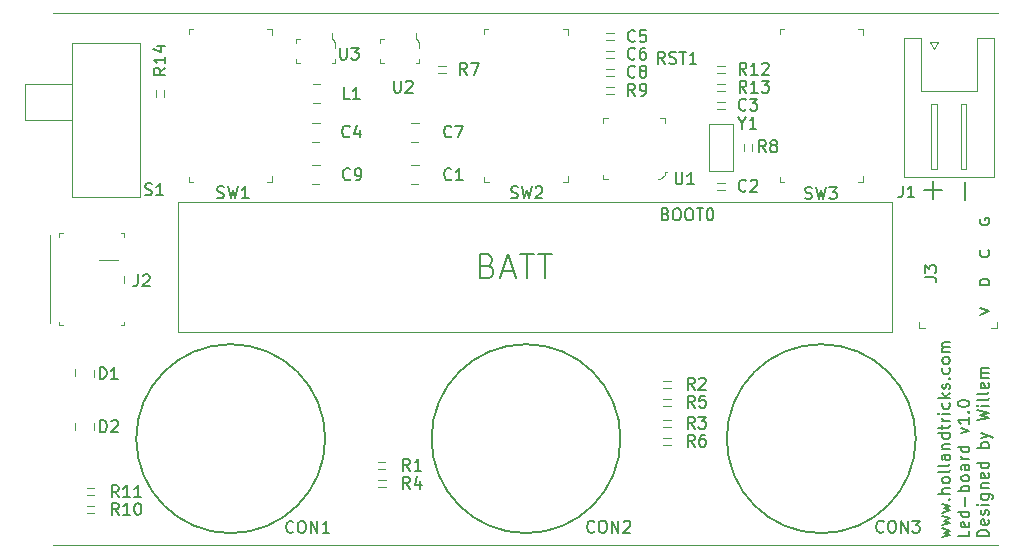
<source format=gbr>
G04 #@! TF.GenerationSoftware,KiCad,Pcbnew,(5.1.9-0-10_14)*
G04 #@! TF.CreationDate,2021-03-02T11:33:06+01:00*
G04 #@! TF.ProjectId,ledTruck,6c656454-7275-4636-9b2e-6b696361645f,rev?*
G04 #@! TF.SameCoordinates,Original*
G04 #@! TF.FileFunction,Legend,Top*
G04 #@! TF.FilePolarity,Positive*
%FSLAX46Y46*%
G04 Gerber Fmt 4.6, Leading zero omitted, Abs format (unit mm)*
G04 Created by KiCad (PCBNEW (5.1.9-0-10_14)) date 2021-03-02 11:33:06*
%MOMM*%
%LPD*%
G01*
G04 APERTURE LIST*
%ADD10C,0.150000*%
%ADD11C,0.120000*%
%ADD12C,0.100000*%
G04 APERTURE END LIST*
D10*
X180253714Y-117869642D02*
X180920380Y-117679166D01*
X180444190Y-117488690D01*
X180920380Y-117298214D01*
X180253714Y-117107738D01*
X180253714Y-116822023D02*
X180920380Y-116631547D01*
X180444190Y-116441071D01*
X180920380Y-116250595D01*
X180253714Y-116060119D01*
X180253714Y-115774404D02*
X180920380Y-115583928D01*
X180444190Y-115393452D01*
X180920380Y-115202976D01*
X180253714Y-115012500D01*
X180825142Y-114631547D02*
X180872761Y-114583928D01*
X180920380Y-114631547D01*
X180872761Y-114679166D01*
X180825142Y-114631547D01*
X180920380Y-114631547D01*
X180920380Y-114155357D02*
X179920380Y-114155357D01*
X180920380Y-113726785D02*
X180396571Y-113726785D01*
X180301333Y-113774404D01*
X180253714Y-113869642D01*
X180253714Y-114012500D01*
X180301333Y-114107738D01*
X180348952Y-114155357D01*
X180920380Y-113107738D02*
X180872761Y-113202976D01*
X180825142Y-113250595D01*
X180729904Y-113298214D01*
X180444190Y-113298214D01*
X180348952Y-113250595D01*
X180301333Y-113202976D01*
X180253714Y-113107738D01*
X180253714Y-112964880D01*
X180301333Y-112869642D01*
X180348952Y-112822023D01*
X180444190Y-112774404D01*
X180729904Y-112774404D01*
X180825142Y-112822023D01*
X180872761Y-112869642D01*
X180920380Y-112964880D01*
X180920380Y-113107738D01*
X180920380Y-112202976D02*
X180872761Y-112298214D01*
X180777523Y-112345833D01*
X179920380Y-112345833D01*
X180920380Y-111679166D02*
X180872761Y-111774404D01*
X180777523Y-111822023D01*
X179920380Y-111822023D01*
X180920380Y-110869642D02*
X180396571Y-110869642D01*
X180301333Y-110917261D01*
X180253714Y-111012500D01*
X180253714Y-111202976D01*
X180301333Y-111298214D01*
X180872761Y-110869642D02*
X180920380Y-110964880D01*
X180920380Y-111202976D01*
X180872761Y-111298214D01*
X180777523Y-111345833D01*
X180682285Y-111345833D01*
X180587047Y-111298214D01*
X180539428Y-111202976D01*
X180539428Y-110964880D01*
X180491809Y-110869642D01*
X180253714Y-110393452D02*
X180920380Y-110393452D01*
X180348952Y-110393452D02*
X180301333Y-110345833D01*
X180253714Y-110250595D01*
X180253714Y-110107738D01*
X180301333Y-110012500D01*
X180396571Y-109964880D01*
X180920380Y-109964880D01*
X180920380Y-109060119D02*
X179920380Y-109060119D01*
X180872761Y-109060119D02*
X180920380Y-109155357D01*
X180920380Y-109345833D01*
X180872761Y-109441071D01*
X180825142Y-109488690D01*
X180729904Y-109536309D01*
X180444190Y-109536309D01*
X180348952Y-109488690D01*
X180301333Y-109441071D01*
X180253714Y-109345833D01*
X180253714Y-109155357D01*
X180301333Y-109060119D01*
X180253714Y-108726785D02*
X180253714Y-108345833D01*
X179920380Y-108583928D02*
X180777523Y-108583928D01*
X180872761Y-108536309D01*
X180920380Y-108441071D01*
X180920380Y-108345833D01*
X180920380Y-108012500D02*
X180253714Y-108012500D01*
X180444190Y-108012500D02*
X180348952Y-107964880D01*
X180301333Y-107917261D01*
X180253714Y-107822023D01*
X180253714Y-107726785D01*
X180920380Y-107393452D02*
X180253714Y-107393452D01*
X179920380Y-107393452D02*
X179968000Y-107441071D01*
X180015619Y-107393452D01*
X179968000Y-107345833D01*
X179920380Y-107393452D01*
X180015619Y-107393452D01*
X180872761Y-106488690D02*
X180920380Y-106583928D01*
X180920380Y-106774404D01*
X180872761Y-106869642D01*
X180825142Y-106917261D01*
X180729904Y-106964880D01*
X180444190Y-106964880D01*
X180348952Y-106917261D01*
X180301333Y-106869642D01*
X180253714Y-106774404D01*
X180253714Y-106583928D01*
X180301333Y-106488690D01*
X180920380Y-106060119D02*
X179920380Y-106060119D01*
X180539428Y-105964880D02*
X180920380Y-105679166D01*
X180253714Y-105679166D02*
X180634666Y-106060119D01*
X180872761Y-105298214D02*
X180920380Y-105202976D01*
X180920380Y-105012500D01*
X180872761Y-104917261D01*
X180777523Y-104869642D01*
X180729904Y-104869642D01*
X180634666Y-104917261D01*
X180587047Y-105012500D01*
X180587047Y-105155357D01*
X180539428Y-105250595D01*
X180444190Y-105298214D01*
X180396571Y-105298214D01*
X180301333Y-105250595D01*
X180253714Y-105155357D01*
X180253714Y-105012500D01*
X180301333Y-104917261D01*
X180825142Y-104441071D02*
X180872761Y-104393452D01*
X180920380Y-104441071D01*
X180872761Y-104488690D01*
X180825142Y-104441071D01*
X180920380Y-104441071D01*
X180872761Y-103536309D02*
X180920380Y-103631547D01*
X180920380Y-103822023D01*
X180872761Y-103917261D01*
X180825142Y-103964880D01*
X180729904Y-104012500D01*
X180444190Y-104012500D01*
X180348952Y-103964880D01*
X180301333Y-103917261D01*
X180253714Y-103822023D01*
X180253714Y-103631547D01*
X180301333Y-103536309D01*
X180920380Y-102964880D02*
X180872761Y-103060119D01*
X180825142Y-103107738D01*
X180729904Y-103155357D01*
X180444190Y-103155357D01*
X180348952Y-103107738D01*
X180301333Y-103060119D01*
X180253714Y-102964880D01*
X180253714Y-102822023D01*
X180301333Y-102726785D01*
X180348952Y-102679166D01*
X180444190Y-102631547D01*
X180729904Y-102631547D01*
X180825142Y-102679166D01*
X180872761Y-102726785D01*
X180920380Y-102822023D01*
X180920380Y-102964880D01*
X180920380Y-102202976D02*
X180253714Y-102202976D01*
X180348952Y-102202976D02*
X180301333Y-102155357D01*
X180253714Y-102060119D01*
X180253714Y-101917261D01*
X180301333Y-101822023D01*
X180396571Y-101774404D01*
X180920380Y-101774404D01*
X180396571Y-101774404D02*
X180301333Y-101726785D01*
X180253714Y-101631547D01*
X180253714Y-101488690D01*
X180301333Y-101393452D01*
X180396571Y-101345833D01*
X180920380Y-101345833D01*
X182570380Y-117298214D02*
X182570380Y-117774404D01*
X181570380Y-117774404D01*
X182522761Y-116583928D02*
X182570380Y-116679166D01*
X182570380Y-116869642D01*
X182522761Y-116964880D01*
X182427523Y-117012500D01*
X182046571Y-117012500D01*
X181951333Y-116964880D01*
X181903714Y-116869642D01*
X181903714Y-116679166D01*
X181951333Y-116583928D01*
X182046571Y-116536309D01*
X182141809Y-116536309D01*
X182237047Y-117012500D01*
X182570380Y-115679166D02*
X181570380Y-115679166D01*
X182522761Y-115679166D02*
X182570380Y-115774404D01*
X182570380Y-115964880D01*
X182522761Y-116060119D01*
X182475142Y-116107738D01*
X182379904Y-116155357D01*
X182094190Y-116155357D01*
X181998952Y-116107738D01*
X181951333Y-116060119D01*
X181903714Y-115964880D01*
X181903714Y-115774404D01*
X181951333Y-115679166D01*
X182189428Y-115202976D02*
X182189428Y-114441071D01*
X182570380Y-113964880D02*
X181570380Y-113964880D01*
X181951333Y-113964880D02*
X181903714Y-113869642D01*
X181903714Y-113679166D01*
X181951333Y-113583928D01*
X181998952Y-113536309D01*
X182094190Y-113488690D01*
X182379904Y-113488690D01*
X182475142Y-113536309D01*
X182522761Y-113583928D01*
X182570380Y-113679166D01*
X182570380Y-113869642D01*
X182522761Y-113964880D01*
X182570380Y-112917261D02*
X182522761Y-113012500D01*
X182475142Y-113060119D01*
X182379904Y-113107738D01*
X182094190Y-113107738D01*
X181998952Y-113060119D01*
X181951333Y-113012500D01*
X181903714Y-112917261D01*
X181903714Y-112774404D01*
X181951333Y-112679166D01*
X181998952Y-112631547D01*
X182094190Y-112583928D01*
X182379904Y-112583928D01*
X182475142Y-112631547D01*
X182522761Y-112679166D01*
X182570380Y-112774404D01*
X182570380Y-112917261D01*
X182570380Y-111726785D02*
X182046571Y-111726785D01*
X181951333Y-111774404D01*
X181903714Y-111869642D01*
X181903714Y-112060119D01*
X181951333Y-112155357D01*
X182522761Y-111726785D02*
X182570380Y-111822023D01*
X182570380Y-112060119D01*
X182522761Y-112155357D01*
X182427523Y-112202976D01*
X182332285Y-112202976D01*
X182237047Y-112155357D01*
X182189428Y-112060119D01*
X182189428Y-111822023D01*
X182141809Y-111726785D01*
X182570380Y-111250595D02*
X181903714Y-111250595D01*
X182094190Y-111250595D02*
X181998952Y-111202976D01*
X181951333Y-111155357D01*
X181903714Y-111060119D01*
X181903714Y-110964880D01*
X182570380Y-110202976D02*
X181570380Y-110202976D01*
X182522761Y-110202976D02*
X182570380Y-110298214D01*
X182570380Y-110488690D01*
X182522761Y-110583928D01*
X182475142Y-110631547D01*
X182379904Y-110679166D01*
X182094190Y-110679166D01*
X181998952Y-110631547D01*
X181951333Y-110583928D01*
X181903714Y-110488690D01*
X181903714Y-110298214D01*
X181951333Y-110202976D01*
X181903714Y-109060119D02*
X182570380Y-108822023D01*
X181903714Y-108583928D01*
X182570380Y-107679166D02*
X182570380Y-108250595D01*
X182570380Y-107964880D02*
X181570380Y-107964880D01*
X181713238Y-108060119D01*
X181808476Y-108155357D01*
X181856095Y-108250595D01*
X182475142Y-107250595D02*
X182522761Y-107202976D01*
X182570380Y-107250595D01*
X182522761Y-107298214D01*
X182475142Y-107250595D01*
X182570380Y-107250595D01*
X181570380Y-106583928D02*
X181570380Y-106488690D01*
X181618000Y-106393452D01*
X181665619Y-106345833D01*
X181760857Y-106298214D01*
X181951333Y-106250595D01*
X182189428Y-106250595D01*
X182379904Y-106298214D01*
X182475142Y-106345833D01*
X182522761Y-106393452D01*
X182570380Y-106488690D01*
X182570380Y-106583928D01*
X182522761Y-106679166D01*
X182475142Y-106726785D01*
X182379904Y-106774404D01*
X182189428Y-106822023D01*
X181951333Y-106822023D01*
X181760857Y-106774404D01*
X181665619Y-106726785D01*
X181618000Y-106679166D01*
X181570380Y-106583928D01*
X184220380Y-117774404D02*
X183220380Y-117774404D01*
X183220380Y-117536309D01*
X183268000Y-117393452D01*
X183363238Y-117298214D01*
X183458476Y-117250595D01*
X183648952Y-117202976D01*
X183791809Y-117202976D01*
X183982285Y-117250595D01*
X184077523Y-117298214D01*
X184172761Y-117393452D01*
X184220380Y-117536309D01*
X184220380Y-117774404D01*
X184172761Y-116393452D02*
X184220380Y-116488690D01*
X184220380Y-116679166D01*
X184172761Y-116774404D01*
X184077523Y-116822023D01*
X183696571Y-116822023D01*
X183601333Y-116774404D01*
X183553714Y-116679166D01*
X183553714Y-116488690D01*
X183601333Y-116393452D01*
X183696571Y-116345833D01*
X183791809Y-116345833D01*
X183887047Y-116822023D01*
X184172761Y-115964880D02*
X184220380Y-115869642D01*
X184220380Y-115679166D01*
X184172761Y-115583928D01*
X184077523Y-115536309D01*
X184029904Y-115536309D01*
X183934666Y-115583928D01*
X183887047Y-115679166D01*
X183887047Y-115822023D01*
X183839428Y-115917261D01*
X183744190Y-115964880D01*
X183696571Y-115964880D01*
X183601333Y-115917261D01*
X183553714Y-115822023D01*
X183553714Y-115679166D01*
X183601333Y-115583928D01*
X184220380Y-115107738D02*
X183553714Y-115107738D01*
X183220380Y-115107738D02*
X183268000Y-115155357D01*
X183315619Y-115107738D01*
X183268000Y-115060119D01*
X183220380Y-115107738D01*
X183315619Y-115107738D01*
X183553714Y-114202976D02*
X184363238Y-114202976D01*
X184458476Y-114250595D01*
X184506095Y-114298214D01*
X184553714Y-114393452D01*
X184553714Y-114536309D01*
X184506095Y-114631547D01*
X184172761Y-114202976D02*
X184220380Y-114298214D01*
X184220380Y-114488690D01*
X184172761Y-114583928D01*
X184125142Y-114631547D01*
X184029904Y-114679166D01*
X183744190Y-114679166D01*
X183648952Y-114631547D01*
X183601333Y-114583928D01*
X183553714Y-114488690D01*
X183553714Y-114298214D01*
X183601333Y-114202976D01*
X183553714Y-113726785D02*
X184220380Y-113726785D01*
X183648952Y-113726785D02*
X183601333Y-113679166D01*
X183553714Y-113583928D01*
X183553714Y-113441071D01*
X183601333Y-113345833D01*
X183696571Y-113298214D01*
X184220380Y-113298214D01*
X184172761Y-112441071D02*
X184220380Y-112536309D01*
X184220380Y-112726785D01*
X184172761Y-112822023D01*
X184077523Y-112869642D01*
X183696571Y-112869642D01*
X183601333Y-112822023D01*
X183553714Y-112726785D01*
X183553714Y-112536309D01*
X183601333Y-112441071D01*
X183696571Y-112393452D01*
X183791809Y-112393452D01*
X183887047Y-112869642D01*
X184220380Y-111536309D02*
X183220380Y-111536309D01*
X184172761Y-111536309D02*
X184220380Y-111631547D01*
X184220380Y-111822023D01*
X184172761Y-111917261D01*
X184125142Y-111964880D01*
X184029904Y-112012500D01*
X183744190Y-112012500D01*
X183648952Y-111964880D01*
X183601333Y-111917261D01*
X183553714Y-111822023D01*
X183553714Y-111631547D01*
X183601333Y-111536309D01*
X184220380Y-110298214D02*
X183220380Y-110298214D01*
X183601333Y-110298214D02*
X183553714Y-110202976D01*
X183553714Y-110012500D01*
X183601333Y-109917261D01*
X183648952Y-109869642D01*
X183744190Y-109822023D01*
X184029904Y-109822023D01*
X184125142Y-109869642D01*
X184172761Y-109917261D01*
X184220380Y-110012500D01*
X184220380Y-110202976D01*
X184172761Y-110298214D01*
X183553714Y-109488690D02*
X184220380Y-109250595D01*
X183553714Y-109012500D02*
X184220380Y-109250595D01*
X184458476Y-109345833D01*
X184506095Y-109393452D01*
X184553714Y-109488690D01*
X183220380Y-107964880D02*
X184220380Y-107726785D01*
X183506095Y-107536309D01*
X184220380Y-107345833D01*
X183220380Y-107107738D01*
X184220380Y-106726785D02*
X183553714Y-106726785D01*
X183220380Y-106726785D02*
X183268000Y-106774404D01*
X183315619Y-106726785D01*
X183268000Y-106679166D01*
X183220380Y-106726785D01*
X183315619Y-106726785D01*
X184220380Y-106107738D02*
X184172761Y-106202976D01*
X184077523Y-106250595D01*
X183220380Y-106250595D01*
X184220380Y-105583928D02*
X184172761Y-105679166D01*
X184077523Y-105726785D01*
X183220380Y-105726785D01*
X184172761Y-104822023D02*
X184220380Y-104917261D01*
X184220380Y-105107738D01*
X184172761Y-105202976D01*
X184077523Y-105250595D01*
X183696571Y-105250595D01*
X183601333Y-105202976D01*
X183553714Y-105107738D01*
X183553714Y-104917261D01*
X183601333Y-104822023D01*
X183696571Y-104774404D01*
X183791809Y-104774404D01*
X183887047Y-105250595D01*
X184220380Y-104345833D02*
X183553714Y-104345833D01*
X183648952Y-104345833D02*
X183601333Y-104298214D01*
X183553714Y-104202976D01*
X183553714Y-104060119D01*
X183601333Y-103964880D01*
X183696571Y-103917261D01*
X184220380Y-103917261D01*
X183696571Y-103917261D02*
X183601333Y-103869642D01*
X183553714Y-103774404D01*
X183553714Y-103631547D01*
X183601333Y-103536309D01*
X183696571Y-103488690D01*
X184220380Y-103488690D01*
D11*
X104986000Y-73512000D02*
X184986000Y-73512000D01*
X104986000Y-118512000D02*
X184986000Y-118512000D01*
D10*
X182237997Y-89331704D02*
X182237997Y-87807895D01*
X179487177Y-89219944D02*
X179487177Y-87696135D01*
X180249081Y-88458040D02*
X178725272Y-88458040D01*
X183473140Y-90873295D02*
X183435044Y-90968533D01*
X183435044Y-91111390D01*
X183473140Y-91254247D01*
X183549330Y-91349485D01*
X183625520Y-91397104D01*
X183777901Y-91444723D01*
X183892187Y-91444723D01*
X184044568Y-91397104D01*
X184120759Y-91349485D01*
X184196949Y-91254247D01*
X184235044Y-91111390D01*
X184235044Y-91016152D01*
X184196949Y-90873295D01*
X184158854Y-90825676D01*
X183892187Y-90825676D01*
X183892187Y-91016152D01*
X184158854Y-93540936D02*
X184196949Y-93588555D01*
X184235044Y-93731412D01*
X184235044Y-93826650D01*
X184196949Y-93969507D01*
X184120759Y-94064745D01*
X184044568Y-94112364D01*
X183892187Y-94159983D01*
X183777901Y-94159983D01*
X183625520Y-94112364D01*
X183549330Y-94064745D01*
X183473140Y-93969507D01*
X183435044Y-93826650D01*
X183435044Y-93731412D01*
X183473140Y-93588555D01*
X183511235Y-93540936D01*
X184235044Y-96540604D02*
X183435044Y-96540604D01*
X183435044Y-96302509D01*
X183473140Y-96159652D01*
X183549330Y-96064414D01*
X183625520Y-96016795D01*
X183777901Y-95969176D01*
X183892187Y-95969176D01*
X184044568Y-96016795D01*
X184120759Y-96064414D01*
X184196949Y-96159652D01*
X184235044Y-96302509D01*
X184235044Y-96540604D01*
X183470604Y-99075833D02*
X184270604Y-98742500D01*
X183470604Y-98409166D01*
X141795904Y-94869142D02*
X142081619Y-94964380D01*
X142176857Y-95059619D01*
X142272095Y-95250095D01*
X142272095Y-95535809D01*
X142176857Y-95726285D01*
X142081619Y-95821523D01*
X141891142Y-95916761D01*
X141129238Y-95916761D01*
X141129238Y-93916761D01*
X141795904Y-93916761D01*
X141986380Y-94012000D01*
X142081619Y-94107238D01*
X142176857Y-94297714D01*
X142176857Y-94488190D01*
X142081619Y-94678666D01*
X141986380Y-94773904D01*
X141795904Y-94869142D01*
X141129238Y-94869142D01*
X143034000Y-95345333D02*
X143986380Y-95345333D01*
X142843523Y-95916761D02*
X143510190Y-93916761D01*
X144176857Y-95916761D01*
X144557809Y-93916761D02*
X145700666Y-93916761D01*
X145129238Y-95916761D02*
X145129238Y-93916761D01*
X146081619Y-93916761D02*
X147224476Y-93916761D01*
X146653047Y-95916761D02*
X146653047Y-93916761D01*
D11*
X176034000Y-89512000D02*
X115534000Y-89512000D01*
X176034000Y-100512000D02*
X176034000Y-89512000D01*
X115534000Y-100512000D02*
X176034000Y-100512000D01*
X115534000Y-89512000D02*
X115534000Y-100512000D01*
D12*
X128904000Y-76033000D02*
X128904000Y-76408000D01*
X128579000Y-75708000D02*
X128579000Y-75183000D01*
X128679000Y-75708000D02*
X128579000Y-75708000D01*
X128904000Y-76033000D02*
X128679000Y-75708000D01*
X125604000Y-77708000D02*
X125604000Y-77383000D01*
X125904000Y-77708000D02*
X125604000Y-77708000D01*
X125604000Y-75708000D02*
X125604000Y-76008000D01*
X125929000Y-75708000D02*
X125604000Y-75708000D01*
X128904000Y-77708000D02*
X128904000Y-77408000D01*
X128579000Y-77708000D02*
X128904000Y-77708000D01*
D11*
X114346000Y-79964000D02*
X114346000Y-80564000D01*
X113746000Y-79964000D02*
X113746000Y-80564000D01*
X112324000Y-76012000D02*
X106624000Y-76012000D01*
X106624000Y-76012000D02*
X106624000Y-89012000D01*
X112324000Y-89012000D02*
X106624000Y-89012000D01*
X112324000Y-89012000D02*
X112324000Y-76012000D01*
X106624000Y-79512000D02*
X102624000Y-79512000D01*
X102624000Y-79512000D02*
X102624000Y-82512000D01*
X106624000Y-82512000D02*
X102624000Y-82512000D01*
D12*
X151590000Y-82362000D02*
X151990000Y-82362000D01*
X151590000Y-82762000D02*
X151590000Y-82362000D01*
X151590000Y-87562000D02*
X151590000Y-87162000D01*
X151590000Y-87562000D02*
X151990000Y-87562000D01*
X156790000Y-82362000D02*
X156790000Y-82762000D01*
X156390000Y-82362000D02*
X156790000Y-82362000D01*
X156790000Y-86962000D02*
X156990000Y-86962000D01*
X156790000Y-87162000D02*
X156790000Y-86962000D01*
X156390000Y-87562000D02*
X156790000Y-87162000D01*
X156190000Y-87562000D02*
X156390000Y-87562000D01*
D10*
X178034000Y-109512000D02*
G75*
G03*
X178034000Y-109512000I-8000000J0D01*
G01*
X153034000Y-109512000D02*
G75*
G03*
X153034000Y-109512000I-8000000J0D01*
G01*
X128034000Y-109512000D02*
G75*
G03*
X128034000Y-109512000I-8000000J0D01*
G01*
D11*
X161244000Y-87838000D02*
X161844000Y-87838000D01*
X161244000Y-88438000D02*
X161844000Y-88438000D01*
X161244000Y-80980000D02*
X161844000Y-80980000D01*
X161244000Y-81580000D02*
X161844000Y-81580000D01*
X152446000Y-75764000D02*
X151846000Y-75764000D01*
X152446000Y-75164000D02*
X151846000Y-75164000D01*
X152446000Y-77262000D02*
X151846000Y-77262000D01*
X152446000Y-76662000D02*
X151846000Y-76662000D01*
X152446000Y-78786000D02*
X151846000Y-78786000D01*
X152446000Y-78186000D02*
X151846000Y-78186000D01*
X108492880Y-103662000D02*
X108492880Y-104262000D01*
X106892880Y-103642000D02*
X106892880Y-104242000D01*
X108492880Y-108212000D02*
X108492880Y-108812000D01*
X106892880Y-108192000D02*
X106892880Y-108792000D01*
X180828000Y-87322000D02*
X177018000Y-87322000D01*
X177018000Y-87322000D02*
X177018000Y-75602000D01*
X177018000Y-75602000D02*
X178438000Y-75602000D01*
X178438000Y-75602000D02*
X178438000Y-80102000D01*
X178438000Y-80102000D02*
X180828000Y-80102000D01*
X180828000Y-87322000D02*
X184638000Y-87322000D01*
X184638000Y-87322000D02*
X184638000Y-75602000D01*
X184638000Y-75602000D02*
X183218000Y-75602000D01*
X183218000Y-75602000D02*
X183218000Y-80102000D01*
X183218000Y-80102000D02*
X180828000Y-80102000D01*
X179328000Y-81212000D02*
X179328000Y-86712000D01*
X179328000Y-86712000D02*
X179828000Y-86712000D01*
X179828000Y-86712000D02*
X179828000Y-81212000D01*
X179828000Y-81212000D02*
X179328000Y-81212000D01*
X181828000Y-81212000D02*
X181828000Y-86712000D01*
X181828000Y-86712000D02*
X182328000Y-86712000D01*
X182328000Y-86712000D02*
X182328000Y-81212000D01*
X182328000Y-81212000D02*
X181828000Y-81212000D01*
X179578000Y-76512000D02*
X179278000Y-75912000D01*
X179278000Y-75912000D02*
X179878000Y-75912000D01*
X179878000Y-75912000D02*
X179578000Y-76512000D01*
D12*
X178320160Y-100103460D02*
X178820160Y-100103460D01*
X178320160Y-100103460D02*
X178320160Y-99603460D01*
X184920160Y-100103460D02*
X184420160Y-100103460D01*
X184920160Y-100103460D02*
X184920160Y-99603460D01*
D11*
X127588000Y-81064000D02*
X126988000Y-81064000D01*
X127608000Y-79464000D02*
X127008000Y-79464000D01*
X132528000Y-111460000D02*
X133128000Y-111460000D01*
X132528000Y-112060000D02*
X133128000Y-112060000D01*
X157272000Y-105202000D02*
X156672000Y-105202000D01*
X157272000Y-104602000D02*
X156672000Y-104602000D01*
X157272000Y-108504000D02*
X156672000Y-108504000D01*
X157272000Y-107904000D02*
X156672000Y-107904000D01*
X132542000Y-112984000D02*
X133142000Y-112984000D01*
X132542000Y-113584000D02*
X133142000Y-113584000D01*
X156672000Y-106126000D02*
X157272000Y-106126000D01*
X156672000Y-106726000D02*
X157272000Y-106726000D01*
X157272000Y-110028000D02*
X156672000Y-110028000D01*
X157272000Y-109428000D02*
X156672000Y-109428000D01*
X137622000Y-77932000D02*
X138222000Y-77932000D01*
X137622000Y-78532000D02*
X138222000Y-78532000D01*
X163530000Y-85136000D02*
X163530000Y-84536000D01*
X164130000Y-85136000D02*
X164130000Y-84536000D01*
X151846000Y-79710000D02*
X152446000Y-79710000D01*
X151846000Y-80310000D02*
X152446000Y-80310000D01*
X107892880Y-115212000D02*
X108492880Y-115212000D01*
X107892880Y-115812000D02*
X108492880Y-115812000D01*
X107892880Y-113712000D02*
X108492880Y-113712000D01*
X107892880Y-114312000D02*
X108492880Y-114312000D01*
X161844000Y-78532000D02*
X161244000Y-78532000D01*
X161844000Y-77932000D02*
X161244000Y-77932000D01*
X161244000Y-79456000D02*
X161844000Y-79456000D01*
X161244000Y-80056000D02*
X161844000Y-80056000D01*
D12*
X136016000Y-76033000D02*
X136016000Y-76408000D01*
X135691000Y-75708000D02*
X135691000Y-75183000D01*
X135791000Y-75708000D02*
X135691000Y-75708000D01*
X136016000Y-76033000D02*
X135791000Y-75708000D01*
X132716000Y-77708000D02*
X132716000Y-77383000D01*
X133016000Y-77708000D02*
X132716000Y-77708000D01*
X132716000Y-75708000D02*
X132716000Y-76008000D01*
X133041000Y-75708000D02*
X132716000Y-75708000D01*
X136016000Y-77708000D02*
X136016000Y-77408000D01*
X135691000Y-77708000D02*
X136016000Y-77708000D01*
D11*
X135336000Y-86322000D02*
X135936000Y-86322000D01*
X135316000Y-87922000D02*
X135916000Y-87922000D01*
X126954000Y-82766000D02*
X127554000Y-82766000D01*
X126934000Y-84366000D02*
X127534000Y-84366000D01*
X135336000Y-82766000D02*
X135936000Y-82766000D01*
X135316000Y-84366000D02*
X135916000Y-84366000D01*
X126954000Y-86322000D02*
X127554000Y-86322000D01*
X126934000Y-87922000D02*
X127534000Y-87922000D01*
X104771300Y-99754380D02*
X104771300Y-92254380D01*
D12*
X111021300Y-99904380D02*
X110721300Y-99904380D01*
X111021300Y-99904380D02*
X111021300Y-99604380D01*
X111021300Y-92104380D02*
X110721300Y-92104380D01*
X111021300Y-92104380D02*
X111021300Y-92404380D01*
X105521300Y-92104380D02*
X105521300Y-92404380D01*
X105521300Y-92104380D02*
X105821300Y-92104380D01*
X105521300Y-99904380D02*
X105521300Y-99604380D01*
X105521300Y-99904380D02*
X105821300Y-99904380D01*
X111021300Y-96004380D02*
X111021300Y-95704380D01*
X111021300Y-96004380D02*
X111021300Y-96304380D01*
X110521300Y-94404380D02*
X108921300Y-94404380D01*
D11*
X160544000Y-86856000D02*
X160544000Y-82856000D01*
X162544000Y-86856000D02*
X160544000Y-86856000D01*
X162544000Y-82856000D02*
X162544000Y-86856000D01*
X160544000Y-82856000D02*
X162544000Y-82856000D01*
D12*
X123559000Y-74862000D02*
X123134000Y-74862000D01*
X123559000Y-74887000D02*
X123559000Y-75337000D01*
X123559000Y-87762000D02*
X123559000Y-87312000D01*
X123559000Y-87762000D02*
X123134000Y-87762000D01*
X116509000Y-87762000D02*
X116884000Y-87762000D01*
X116509000Y-87762000D02*
X116509000Y-87362000D01*
X116509000Y-75237000D02*
X116509000Y-74862000D01*
X116509000Y-74862000D02*
X116859000Y-74862000D01*
X148559000Y-74862000D02*
X148134000Y-74862000D01*
X148559000Y-74887000D02*
X148559000Y-75337000D01*
X148559000Y-87762000D02*
X148559000Y-87312000D01*
X148559000Y-87762000D02*
X148134000Y-87762000D01*
X141509000Y-87762000D02*
X141884000Y-87762000D01*
X141509000Y-87762000D02*
X141509000Y-87362000D01*
X141509000Y-75237000D02*
X141509000Y-74862000D01*
X141509000Y-74862000D02*
X141859000Y-74862000D01*
X173559000Y-74862000D02*
X173134000Y-74862000D01*
X173559000Y-74887000D02*
X173559000Y-75337000D01*
X173559000Y-87762000D02*
X173559000Y-87312000D01*
X173559000Y-87762000D02*
X173134000Y-87762000D01*
X166509000Y-87762000D02*
X166884000Y-87762000D01*
X166509000Y-87762000D02*
X166509000Y-87362000D01*
X166509000Y-75237000D02*
X166509000Y-74862000D01*
X166509000Y-74862000D02*
X166859000Y-74862000D01*
D10*
X129286095Y-76414380D02*
X129286095Y-77223904D01*
X129333714Y-77319142D01*
X129381333Y-77366761D01*
X129476571Y-77414380D01*
X129667047Y-77414380D01*
X129762285Y-77366761D01*
X129809904Y-77319142D01*
X129857523Y-77223904D01*
X129857523Y-76414380D01*
X130238476Y-76414380D02*
X130857523Y-76414380D01*
X130524190Y-76795333D01*
X130667047Y-76795333D01*
X130762285Y-76842952D01*
X130809904Y-76890571D01*
X130857523Y-76985809D01*
X130857523Y-77223904D01*
X130809904Y-77319142D01*
X130762285Y-77366761D01*
X130667047Y-77414380D01*
X130381333Y-77414380D01*
X130286095Y-77366761D01*
X130238476Y-77319142D01*
X114498380Y-78112857D02*
X114022190Y-78446190D01*
X114498380Y-78684285D02*
X113498380Y-78684285D01*
X113498380Y-78303333D01*
X113546000Y-78208095D01*
X113593619Y-78160476D01*
X113688857Y-78112857D01*
X113831714Y-78112857D01*
X113926952Y-78160476D01*
X113974571Y-78208095D01*
X114022190Y-78303333D01*
X114022190Y-78684285D01*
X114498380Y-77160476D02*
X114498380Y-77731904D01*
X114498380Y-77446190D02*
X113498380Y-77446190D01*
X113641238Y-77541428D01*
X113736476Y-77636666D01*
X113784095Y-77731904D01*
X113831714Y-76303333D02*
X114498380Y-76303333D01*
X113450761Y-76541428D02*
X114165047Y-76779523D01*
X114165047Y-76160476D01*
X112788795Y-88855181D02*
X112931652Y-88902800D01*
X113169747Y-88902800D01*
X113264985Y-88855181D01*
X113312604Y-88807562D01*
X113360223Y-88712324D01*
X113360223Y-88617086D01*
X113312604Y-88521848D01*
X113264985Y-88474229D01*
X113169747Y-88426610D01*
X112979271Y-88378991D01*
X112884033Y-88331372D01*
X112836414Y-88283753D01*
X112788795Y-88188515D01*
X112788795Y-88093277D01*
X112836414Y-87998039D01*
X112884033Y-87950420D01*
X112979271Y-87902800D01*
X113217366Y-87902800D01*
X113360223Y-87950420D01*
X114312604Y-88902800D02*
X113741176Y-88902800D01*
X114026890Y-88902800D02*
X114026890Y-87902800D01*
X113931652Y-88045658D01*
X113836414Y-88140896D01*
X113741176Y-88188515D01*
X157698535Y-86963000D02*
X157698535Y-87772524D01*
X157746154Y-87867762D01*
X157793773Y-87915381D01*
X157889011Y-87963000D01*
X158079487Y-87963000D01*
X158174725Y-87915381D01*
X158222344Y-87867762D01*
X158269963Y-87772524D01*
X158269963Y-86963000D01*
X159269963Y-87963000D02*
X158698535Y-87963000D01*
X158984249Y-87963000D02*
X158984249Y-86963000D01*
X158889011Y-87105858D01*
X158793773Y-87201096D01*
X158698535Y-87248715D01*
X175319714Y-117369142D02*
X175272095Y-117416761D01*
X175129238Y-117464380D01*
X175034000Y-117464380D01*
X174891142Y-117416761D01*
X174795904Y-117321523D01*
X174748285Y-117226285D01*
X174700666Y-117035809D01*
X174700666Y-116892952D01*
X174748285Y-116702476D01*
X174795904Y-116607238D01*
X174891142Y-116512000D01*
X175034000Y-116464380D01*
X175129238Y-116464380D01*
X175272095Y-116512000D01*
X175319714Y-116559619D01*
X175938761Y-116464380D02*
X176129238Y-116464380D01*
X176224476Y-116512000D01*
X176319714Y-116607238D01*
X176367333Y-116797714D01*
X176367333Y-117131047D01*
X176319714Y-117321523D01*
X176224476Y-117416761D01*
X176129238Y-117464380D01*
X175938761Y-117464380D01*
X175843523Y-117416761D01*
X175748285Y-117321523D01*
X175700666Y-117131047D01*
X175700666Y-116797714D01*
X175748285Y-116607238D01*
X175843523Y-116512000D01*
X175938761Y-116464380D01*
X176795904Y-117464380D02*
X176795904Y-116464380D01*
X177367333Y-117464380D01*
X177367333Y-116464380D01*
X177748285Y-116464380D02*
X178367333Y-116464380D01*
X178034000Y-116845333D01*
X178176857Y-116845333D01*
X178272095Y-116892952D01*
X178319714Y-116940571D01*
X178367333Y-117035809D01*
X178367333Y-117273904D01*
X178319714Y-117369142D01*
X178272095Y-117416761D01*
X178176857Y-117464380D01*
X177891142Y-117464380D01*
X177795904Y-117416761D01*
X177748285Y-117369142D01*
X150819714Y-117369142D02*
X150772095Y-117416761D01*
X150629238Y-117464380D01*
X150534000Y-117464380D01*
X150391142Y-117416761D01*
X150295904Y-117321523D01*
X150248285Y-117226285D01*
X150200666Y-117035809D01*
X150200666Y-116892952D01*
X150248285Y-116702476D01*
X150295904Y-116607238D01*
X150391142Y-116512000D01*
X150534000Y-116464380D01*
X150629238Y-116464380D01*
X150772095Y-116512000D01*
X150819714Y-116559619D01*
X151438761Y-116464380D02*
X151629238Y-116464380D01*
X151724476Y-116512000D01*
X151819714Y-116607238D01*
X151867333Y-116797714D01*
X151867333Y-117131047D01*
X151819714Y-117321523D01*
X151724476Y-117416761D01*
X151629238Y-117464380D01*
X151438761Y-117464380D01*
X151343523Y-117416761D01*
X151248285Y-117321523D01*
X151200666Y-117131047D01*
X151200666Y-116797714D01*
X151248285Y-116607238D01*
X151343523Y-116512000D01*
X151438761Y-116464380D01*
X152295904Y-117464380D02*
X152295904Y-116464380D01*
X152867333Y-117464380D01*
X152867333Y-116464380D01*
X153295904Y-116559619D02*
X153343523Y-116512000D01*
X153438761Y-116464380D01*
X153676857Y-116464380D01*
X153772095Y-116512000D01*
X153819714Y-116559619D01*
X153867333Y-116654857D01*
X153867333Y-116750095D01*
X153819714Y-116892952D01*
X153248285Y-117464380D01*
X153867333Y-117464380D01*
X125331054Y-117385102D02*
X125283435Y-117432721D01*
X125140578Y-117480340D01*
X125045340Y-117480340D01*
X124902482Y-117432721D01*
X124807244Y-117337483D01*
X124759625Y-117242245D01*
X124712006Y-117051769D01*
X124712006Y-116908912D01*
X124759625Y-116718436D01*
X124807244Y-116623198D01*
X124902482Y-116527960D01*
X125045340Y-116480340D01*
X125140578Y-116480340D01*
X125283435Y-116527960D01*
X125331054Y-116575579D01*
X125950101Y-116480340D02*
X126140578Y-116480340D01*
X126235816Y-116527960D01*
X126331054Y-116623198D01*
X126378673Y-116813674D01*
X126378673Y-117147007D01*
X126331054Y-117337483D01*
X126235816Y-117432721D01*
X126140578Y-117480340D01*
X125950101Y-117480340D01*
X125854863Y-117432721D01*
X125759625Y-117337483D01*
X125712006Y-117147007D01*
X125712006Y-116813674D01*
X125759625Y-116623198D01*
X125854863Y-116527960D01*
X125950101Y-116480340D01*
X126807244Y-117480340D02*
X126807244Y-116480340D01*
X127378673Y-117480340D01*
X127378673Y-116480340D01*
X128378673Y-117480340D02*
X127807244Y-117480340D01*
X128092959Y-117480340D02*
X128092959Y-116480340D01*
X127997720Y-116623198D01*
X127902482Y-116718436D01*
X127807244Y-116766055D01*
X163663333Y-88495142D02*
X163615714Y-88542761D01*
X163472857Y-88590380D01*
X163377619Y-88590380D01*
X163234761Y-88542761D01*
X163139523Y-88447523D01*
X163091904Y-88352285D01*
X163044285Y-88161809D01*
X163044285Y-88018952D01*
X163091904Y-87828476D01*
X163139523Y-87733238D01*
X163234761Y-87638000D01*
X163377619Y-87590380D01*
X163472857Y-87590380D01*
X163615714Y-87638000D01*
X163663333Y-87685619D01*
X164044285Y-87685619D02*
X164091904Y-87638000D01*
X164187142Y-87590380D01*
X164425238Y-87590380D01*
X164520476Y-87638000D01*
X164568095Y-87685619D01*
X164615714Y-87780857D01*
X164615714Y-87876095D01*
X164568095Y-88018952D01*
X163996666Y-88590380D01*
X164615714Y-88590380D01*
X163663333Y-81637142D02*
X163615714Y-81684761D01*
X163472857Y-81732380D01*
X163377619Y-81732380D01*
X163234761Y-81684761D01*
X163139523Y-81589523D01*
X163091904Y-81494285D01*
X163044285Y-81303809D01*
X163044285Y-81160952D01*
X163091904Y-80970476D01*
X163139523Y-80875238D01*
X163234761Y-80780000D01*
X163377619Y-80732380D01*
X163472857Y-80732380D01*
X163615714Y-80780000D01*
X163663333Y-80827619D01*
X163996666Y-80732380D02*
X164615714Y-80732380D01*
X164282380Y-81113333D01*
X164425238Y-81113333D01*
X164520476Y-81160952D01*
X164568095Y-81208571D01*
X164615714Y-81303809D01*
X164615714Y-81541904D01*
X164568095Y-81637142D01*
X164520476Y-81684761D01*
X164425238Y-81732380D01*
X164139523Y-81732380D01*
X164044285Y-81684761D01*
X163996666Y-81637142D01*
X154265333Y-75821142D02*
X154217714Y-75868761D01*
X154074857Y-75916380D01*
X153979619Y-75916380D01*
X153836761Y-75868761D01*
X153741523Y-75773523D01*
X153693904Y-75678285D01*
X153646285Y-75487809D01*
X153646285Y-75344952D01*
X153693904Y-75154476D01*
X153741523Y-75059238D01*
X153836761Y-74964000D01*
X153979619Y-74916380D01*
X154074857Y-74916380D01*
X154217714Y-74964000D01*
X154265333Y-75011619D01*
X155170095Y-74916380D02*
X154693904Y-74916380D01*
X154646285Y-75392571D01*
X154693904Y-75344952D01*
X154789142Y-75297333D01*
X155027238Y-75297333D01*
X155122476Y-75344952D01*
X155170095Y-75392571D01*
X155217714Y-75487809D01*
X155217714Y-75725904D01*
X155170095Y-75821142D01*
X155122476Y-75868761D01*
X155027238Y-75916380D01*
X154789142Y-75916380D01*
X154693904Y-75868761D01*
X154646285Y-75821142D01*
X154265333Y-77319142D02*
X154217714Y-77366761D01*
X154074857Y-77414380D01*
X153979619Y-77414380D01*
X153836761Y-77366761D01*
X153741523Y-77271523D01*
X153693904Y-77176285D01*
X153646285Y-76985809D01*
X153646285Y-76842952D01*
X153693904Y-76652476D01*
X153741523Y-76557238D01*
X153836761Y-76462000D01*
X153979619Y-76414380D01*
X154074857Y-76414380D01*
X154217714Y-76462000D01*
X154265333Y-76509619D01*
X155122476Y-76414380D02*
X154932000Y-76414380D01*
X154836761Y-76462000D01*
X154789142Y-76509619D01*
X154693904Y-76652476D01*
X154646285Y-76842952D01*
X154646285Y-77223904D01*
X154693904Y-77319142D01*
X154741523Y-77366761D01*
X154836761Y-77414380D01*
X155027238Y-77414380D01*
X155122476Y-77366761D01*
X155170095Y-77319142D01*
X155217714Y-77223904D01*
X155217714Y-76985809D01*
X155170095Y-76890571D01*
X155122476Y-76842952D01*
X155027238Y-76795333D01*
X154836761Y-76795333D01*
X154741523Y-76842952D01*
X154693904Y-76890571D01*
X154646285Y-76985809D01*
X154265333Y-78843142D02*
X154217714Y-78890761D01*
X154074857Y-78938380D01*
X153979619Y-78938380D01*
X153836761Y-78890761D01*
X153741523Y-78795523D01*
X153693904Y-78700285D01*
X153646285Y-78509809D01*
X153646285Y-78366952D01*
X153693904Y-78176476D01*
X153741523Y-78081238D01*
X153836761Y-77986000D01*
X153979619Y-77938380D01*
X154074857Y-77938380D01*
X154217714Y-77986000D01*
X154265333Y-78033619D01*
X154836761Y-78366952D02*
X154741523Y-78319333D01*
X154693904Y-78271714D01*
X154646285Y-78176476D01*
X154646285Y-78128857D01*
X154693904Y-78033619D01*
X154741523Y-77986000D01*
X154836761Y-77938380D01*
X155027238Y-77938380D01*
X155122476Y-77986000D01*
X155170095Y-78033619D01*
X155217714Y-78128857D01*
X155217714Y-78176476D01*
X155170095Y-78271714D01*
X155122476Y-78319333D01*
X155027238Y-78366952D01*
X154836761Y-78366952D01*
X154741523Y-78414571D01*
X154693904Y-78462190D01*
X154646285Y-78557428D01*
X154646285Y-78747904D01*
X154693904Y-78843142D01*
X154741523Y-78890761D01*
X154836761Y-78938380D01*
X155027238Y-78938380D01*
X155122476Y-78890761D01*
X155170095Y-78843142D01*
X155217714Y-78747904D01*
X155217714Y-78557428D01*
X155170095Y-78462190D01*
X155122476Y-78414571D01*
X155027238Y-78366952D01*
X108954784Y-104464380D02*
X108954784Y-103464380D01*
X109192880Y-103464380D01*
X109335737Y-103512000D01*
X109430975Y-103607238D01*
X109478594Y-103702476D01*
X109526213Y-103892952D01*
X109526213Y-104035809D01*
X109478594Y-104226285D01*
X109430975Y-104321523D01*
X109335737Y-104416761D01*
X109192880Y-104464380D01*
X108954784Y-104464380D01*
X110478594Y-104464380D02*
X109907165Y-104464380D01*
X110192880Y-104464380D02*
X110192880Y-103464380D01*
X110097641Y-103607238D01*
X110002403Y-103702476D01*
X109907165Y-103750095D01*
X108974664Y-108958640D02*
X108974664Y-107958640D01*
X109212760Y-107958640D01*
X109355617Y-108006260D01*
X109450855Y-108101498D01*
X109498474Y-108196736D01*
X109546093Y-108387212D01*
X109546093Y-108530069D01*
X109498474Y-108720545D01*
X109450855Y-108815783D01*
X109355617Y-108911021D01*
X109212760Y-108958640D01*
X108974664Y-108958640D01*
X109927045Y-108053879D02*
X109974664Y-108006260D01*
X110069902Y-107958640D01*
X110307998Y-107958640D01*
X110403236Y-108006260D01*
X110450855Y-108053879D01*
X110498474Y-108149117D01*
X110498474Y-108244355D01*
X110450855Y-108387212D01*
X109879426Y-108958640D01*
X110498474Y-108958640D01*
X176915486Y-88088220D02*
X176915486Y-88802506D01*
X176867867Y-88945363D01*
X176772629Y-89040601D01*
X176629772Y-89088220D01*
X176534534Y-89088220D01*
X177915486Y-89088220D02*
X177344058Y-89088220D01*
X177629772Y-89088220D02*
X177629772Y-88088220D01*
X177534534Y-88231078D01*
X177439296Y-88326316D01*
X177344058Y-88373935D01*
X178776380Y-95837333D02*
X179490666Y-95837333D01*
X179633523Y-95884952D01*
X179728761Y-95980190D01*
X179776380Y-96123047D01*
X179776380Y-96218285D01*
X178776380Y-95456380D02*
X178776380Y-94837333D01*
X179157333Y-95170666D01*
X179157333Y-95027809D01*
X179204952Y-94932571D01*
X179252571Y-94884952D01*
X179347809Y-94837333D01*
X179585904Y-94837333D01*
X179681142Y-94884952D01*
X179728761Y-94932571D01*
X179776380Y-95027809D01*
X179776380Y-95313523D01*
X179728761Y-95408761D01*
X179681142Y-95456380D01*
X130094693Y-80777340D02*
X129618502Y-80777340D01*
X129618502Y-79777340D01*
X130951836Y-80777340D02*
X130380407Y-80777340D01*
X130666121Y-80777340D02*
X130666121Y-79777340D01*
X130570883Y-79920198D01*
X130475645Y-80015436D01*
X130380407Y-80063055D01*
X135215333Y-112212380D02*
X134882000Y-111736190D01*
X134643904Y-112212380D02*
X134643904Y-111212380D01*
X135024857Y-111212380D01*
X135120095Y-111260000D01*
X135167714Y-111307619D01*
X135215333Y-111402857D01*
X135215333Y-111545714D01*
X135167714Y-111640952D01*
X135120095Y-111688571D01*
X135024857Y-111736190D01*
X134643904Y-111736190D01*
X136167714Y-112212380D02*
X135596285Y-112212380D01*
X135882000Y-112212380D02*
X135882000Y-111212380D01*
X135786761Y-111355238D01*
X135691523Y-111450476D01*
X135596285Y-111498095D01*
X159305333Y-105354380D02*
X158972000Y-104878190D01*
X158733904Y-105354380D02*
X158733904Y-104354380D01*
X159114857Y-104354380D01*
X159210095Y-104402000D01*
X159257714Y-104449619D01*
X159305333Y-104544857D01*
X159305333Y-104687714D01*
X159257714Y-104782952D01*
X159210095Y-104830571D01*
X159114857Y-104878190D01*
X158733904Y-104878190D01*
X159686285Y-104449619D02*
X159733904Y-104402000D01*
X159829142Y-104354380D01*
X160067238Y-104354380D01*
X160162476Y-104402000D01*
X160210095Y-104449619D01*
X160257714Y-104544857D01*
X160257714Y-104640095D01*
X160210095Y-104782952D01*
X159638666Y-105354380D01*
X160257714Y-105354380D01*
X159305333Y-108656380D02*
X158972000Y-108180190D01*
X158733904Y-108656380D02*
X158733904Y-107656380D01*
X159114857Y-107656380D01*
X159210095Y-107704000D01*
X159257714Y-107751619D01*
X159305333Y-107846857D01*
X159305333Y-107989714D01*
X159257714Y-108084952D01*
X159210095Y-108132571D01*
X159114857Y-108180190D01*
X158733904Y-108180190D01*
X159638666Y-107656380D02*
X160257714Y-107656380D01*
X159924380Y-108037333D01*
X160067238Y-108037333D01*
X160162476Y-108084952D01*
X160210095Y-108132571D01*
X160257714Y-108227809D01*
X160257714Y-108465904D01*
X160210095Y-108561142D01*
X160162476Y-108608761D01*
X160067238Y-108656380D01*
X159781523Y-108656380D01*
X159686285Y-108608761D01*
X159638666Y-108561142D01*
X135215333Y-113736380D02*
X134882000Y-113260190D01*
X134643904Y-113736380D02*
X134643904Y-112736380D01*
X135024857Y-112736380D01*
X135120095Y-112784000D01*
X135167714Y-112831619D01*
X135215333Y-112926857D01*
X135215333Y-113069714D01*
X135167714Y-113164952D01*
X135120095Y-113212571D01*
X135024857Y-113260190D01*
X134643904Y-113260190D01*
X136072476Y-113069714D02*
X136072476Y-113736380D01*
X135834380Y-112688761D02*
X135596285Y-113403047D01*
X136215333Y-113403047D01*
X159305333Y-106878380D02*
X158972000Y-106402190D01*
X158733904Y-106878380D02*
X158733904Y-105878380D01*
X159114857Y-105878380D01*
X159210095Y-105926000D01*
X159257714Y-105973619D01*
X159305333Y-106068857D01*
X159305333Y-106211714D01*
X159257714Y-106306952D01*
X159210095Y-106354571D01*
X159114857Y-106402190D01*
X158733904Y-106402190D01*
X160210095Y-105878380D02*
X159733904Y-105878380D01*
X159686285Y-106354571D01*
X159733904Y-106306952D01*
X159829142Y-106259333D01*
X160067238Y-106259333D01*
X160162476Y-106306952D01*
X160210095Y-106354571D01*
X160257714Y-106449809D01*
X160257714Y-106687904D01*
X160210095Y-106783142D01*
X160162476Y-106830761D01*
X160067238Y-106878380D01*
X159829142Y-106878380D01*
X159733904Y-106830761D01*
X159686285Y-106783142D01*
X159305333Y-110180380D02*
X158972000Y-109704190D01*
X158733904Y-110180380D02*
X158733904Y-109180380D01*
X159114857Y-109180380D01*
X159210095Y-109228000D01*
X159257714Y-109275619D01*
X159305333Y-109370857D01*
X159305333Y-109513714D01*
X159257714Y-109608952D01*
X159210095Y-109656571D01*
X159114857Y-109704190D01*
X158733904Y-109704190D01*
X160162476Y-109180380D02*
X159972000Y-109180380D01*
X159876761Y-109228000D01*
X159829142Y-109275619D01*
X159733904Y-109418476D01*
X159686285Y-109608952D01*
X159686285Y-109989904D01*
X159733904Y-110085142D01*
X159781523Y-110132761D01*
X159876761Y-110180380D01*
X160067238Y-110180380D01*
X160162476Y-110132761D01*
X160210095Y-110085142D01*
X160257714Y-109989904D01*
X160257714Y-109751809D01*
X160210095Y-109656571D01*
X160162476Y-109608952D01*
X160067238Y-109561333D01*
X159876761Y-109561333D01*
X159781523Y-109608952D01*
X159733904Y-109656571D01*
X159686285Y-109751809D01*
X140041333Y-78684380D02*
X139708000Y-78208190D01*
X139469904Y-78684380D02*
X139469904Y-77684380D01*
X139850857Y-77684380D01*
X139946095Y-77732000D01*
X139993714Y-77779619D01*
X140041333Y-77874857D01*
X140041333Y-78017714D01*
X139993714Y-78112952D01*
X139946095Y-78160571D01*
X139850857Y-78208190D01*
X139469904Y-78208190D01*
X140374666Y-77684380D02*
X141041333Y-77684380D01*
X140612761Y-78684380D01*
X165342273Y-85250280D02*
X165008940Y-84774090D01*
X164770844Y-85250280D02*
X164770844Y-84250280D01*
X165151797Y-84250280D01*
X165247035Y-84297900D01*
X165294654Y-84345519D01*
X165342273Y-84440757D01*
X165342273Y-84583614D01*
X165294654Y-84678852D01*
X165247035Y-84726471D01*
X165151797Y-84774090D01*
X164770844Y-84774090D01*
X165913701Y-84678852D02*
X165818463Y-84631233D01*
X165770844Y-84583614D01*
X165723225Y-84488376D01*
X165723225Y-84440757D01*
X165770844Y-84345519D01*
X165818463Y-84297900D01*
X165913701Y-84250280D01*
X166104178Y-84250280D01*
X166199416Y-84297900D01*
X166247035Y-84345519D01*
X166294654Y-84440757D01*
X166294654Y-84488376D01*
X166247035Y-84583614D01*
X166199416Y-84631233D01*
X166104178Y-84678852D01*
X165913701Y-84678852D01*
X165818463Y-84726471D01*
X165770844Y-84774090D01*
X165723225Y-84869328D01*
X165723225Y-85059804D01*
X165770844Y-85155042D01*
X165818463Y-85202661D01*
X165913701Y-85250280D01*
X166104178Y-85250280D01*
X166199416Y-85202661D01*
X166247035Y-85155042D01*
X166294654Y-85059804D01*
X166294654Y-84869328D01*
X166247035Y-84774090D01*
X166199416Y-84726471D01*
X166104178Y-84678852D01*
X154265333Y-80462380D02*
X153932000Y-79986190D01*
X153693904Y-80462380D02*
X153693904Y-79462380D01*
X154074857Y-79462380D01*
X154170095Y-79510000D01*
X154217714Y-79557619D01*
X154265333Y-79652857D01*
X154265333Y-79795714D01*
X154217714Y-79890952D01*
X154170095Y-79938571D01*
X154074857Y-79986190D01*
X153693904Y-79986190D01*
X154741523Y-80462380D02*
X154932000Y-80462380D01*
X155027238Y-80414761D01*
X155074857Y-80367142D01*
X155170095Y-80224285D01*
X155217714Y-80033809D01*
X155217714Y-79652857D01*
X155170095Y-79557619D01*
X155122476Y-79510000D01*
X155027238Y-79462380D01*
X154836761Y-79462380D01*
X154741523Y-79510000D01*
X154693904Y-79557619D01*
X154646285Y-79652857D01*
X154646285Y-79890952D01*
X154693904Y-79986190D01*
X154741523Y-80033809D01*
X154836761Y-80081428D01*
X155027238Y-80081428D01*
X155122476Y-80033809D01*
X155170095Y-79986190D01*
X155217714Y-79890952D01*
X110550022Y-115964380D02*
X110216689Y-115488190D01*
X109978594Y-115964380D02*
X109978594Y-114964380D01*
X110359546Y-114964380D01*
X110454784Y-115012000D01*
X110502403Y-115059619D01*
X110550022Y-115154857D01*
X110550022Y-115297714D01*
X110502403Y-115392952D01*
X110454784Y-115440571D01*
X110359546Y-115488190D01*
X109978594Y-115488190D01*
X111502403Y-115964380D02*
X110930975Y-115964380D01*
X111216689Y-115964380D02*
X111216689Y-114964380D01*
X111121451Y-115107238D01*
X111026213Y-115202476D01*
X110930975Y-115250095D01*
X112121451Y-114964380D02*
X112216689Y-114964380D01*
X112311927Y-115012000D01*
X112359546Y-115059619D01*
X112407165Y-115154857D01*
X112454784Y-115345333D01*
X112454784Y-115583428D01*
X112407165Y-115773904D01*
X112359546Y-115869142D01*
X112311927Y-115916761D01*
X112216689Y-115964380D01*
X112121451Y-115964380D01*
X112026213Y-115916761D01*
X111978594Y-115869142D01*
X111930975Y-115773904D01*
X111883356Y-115583428D01*
X111883356Y-115345333D01*
X111930975Y-115154857D01*
X111978594Y-115059619D01*
X112026213Y-115012000D01*
X112121451Y-114964380D01*
X110550022Y-114464380D02*
X110216689Y-113988190D01*
X109978594Y-114464380D02*
X109978594Y-113464380D01*
X110359546Y-113464380D01*
X110454784Y-113512000D01*
X110502403Y-113559619D01*
X110550022Y-113654857D01*
X110550022Y-113797714D01*
X110502403Y-113892952D01*
X110454784Y-113940571D01*
X110359546Y-113988190D01*
X109978594Y-113988190D01*
X111502403Y-114464380D02*
X110930975Y-114464380D01*
X111216689Y-114464380D02*
X111216689Y-113464380D01*
X111121451Y-113607238D01*
X111026213Y-113702476D01*
X110930975Y-113750095D01*
X112454784Y-114464380D02*
X111883356Y-114464380D01*
X112169070Y-114464380D02*
X112169070Y-113464380D01*
X112073832Y-113607238D01*
X111978594Y-113702476D01*
X111883356Y-113750095D01*
X163695142Y-78684380D02*
X163361809Y-78208190D01*
X163123714Y-78684380D02*
X163123714Y-77684380D01*
X163504666Y-77684380D01*
X163599904Y-77732000D01*
X163647523Y-77779619D01*
X163695142Y-77874857D01*
X163695142Y-78017714D01*
X163647523Y-78112952D01*
X163599904Y-78160571D01*
X163504666Y-78208190D01*
X163123714Y-78208190D01*
X164647523Y-78684380D02*
X164076095Y-78684380D01*
X164361809Y-78684380D02*
X164361809Y-77684380D01*
X164266571Y-77827238D01*
X164171333Y-77922476D01*
X164076095Y-77970095D01*
X165028476Y-77779619D02*
X165076095Y-77732000D01*
X165171333Y-77684380D01*
X165409428Y-77684380D01*
X165504666Y-77732000D01*
X165552285Y-77779619D01*
X165599904Y-77874857D01*
X165599904Y-77970095D01*
X165552285Y-78112952D01*
X164980857Y-78684380D01*
X165599904Y-78684380D01*
X163695142Y-80208380D02*
X163361809Y-79732190D01*
X163123714Y-80208380D02*
X163123714Y-79208380D01*
X163504666Y-79208380D01*
X163599904Y-79256000D01*
X163647523Y-79303619D01*
X163695142Y-79398857D01*
X163695142Y-79541714D01*
X163647523Y-79636952D01*
X163599904Y-79684571D01*
X163504666Y-79732190D01*
X163123714Y-79732190D01*
X164647523Y-80208380D02*
X164076095Y-80208380D01*
X164361809Y-80208380D02*
X164361809Y-79208380D01*
X164266571Y-79351238D01*
X164171333Y-79446476D01*
X164076095Y-79494095D01*
X164980857Y-79208380D02*
X165599904Y-79208380D01*
X165266571Y-79589333D01*
X165409428Y-79589333D01*
X165504666Y-79636952D01*
X165552285Y-79684571D01*
X165599904Y-79779809D01*
X165599904Y-80017904D01*
X165552285Y-80113142D01*
X165504666Y-80160761D01*
X165409428Y-80208380D01*
X165123714Y-80208380D01*
X165028476Y-80160761D01*
X164980857Y-80113142D01*
X133858095Y-79208380D02*
X133858095Y-80017904D01*
X133905714Y-80113142D01*
X133953333Y-80160761D01*
X134048571Y-80208380D01*
X134239047Y-80208380D01*
X134334285Y-80160761D01*
X134381904Y-80113142D01*
X134429523Y-80017904D01*
X134429523Y-79208380D01*
X134858095Y-79303619D02*
X134905714Y-79256000D01*
X135000952Y-79208380D01*
X135239047Y-79208380D01*
X135334285Y-79256000D01*
X135381904Y-79303619D01*
X135429523Y-79398857D01*
X135429523Y-79494095D01*
X135381904Y-79636952D01*
X134810476Y-80208380D01*
X135429523Y-80208380D01*
X138717993Y-87527402D02*
X138670374Y-87575021D01*
X138527517Y-87622640D01*
X138432279Y-87622640D01*
X138289421Y-87575021D01*
X138194183Y-87479783D01*
X138146564Y-87384545D01*
X138098945Y-87194069D01*
X138098945Y-87051212D01*
X138146564Y-86860736D01*
X138194183Y-86765498D01*
X138289421Y-86670260D01*
X138432279Y-86622640D01*
X138527517Y-86622640D01*
X138670374Y-86670260D01*
X138717993Y-86717879D01*
X139670374Y-87622640D02*
X139098945Y-87622640D01*
X139384660Y-87622640D02*
X139384660Y-86622640D01*
X139289421Y-86765498D01*
X139194183Y-86860736D01*
X139098945Y-86908355D01*
X130094693Y-83915522D02*
X130047074Y-83963141D01*
X129904217Y-84010760D01*
X129808979Y-84010760D01*
X129666121Y-83963141D01*
X129570883Y-83867903D01*
X129523264Y-83772665D01*
X129475645Y-83582189D01*
X129475645Y-83439332D01*
X129523264Y-83248856D01*
X129570883Y-83153618D01*
X129666121Y-83058380D01*
X129808979Y-83010760D01*
X129904217Y-83010760D01*
X130047074Y-83058380D01*
X130094693Y-83105999D01*
X130951836Y-83344094D02*
X130951836Y-84010760D01*
X130713740Y-82963141D02*
X130475645Y-83677427D01*
X131094693Y-83677427D01*
X138717993Y-83915522D02*
X138670374Y-83963141D01*
X138527517Y-84010760D01*
X138432279Y-84010760D01*
X138289421Y-83963141D01*
X138194183Y-83867903D01*
X138146564Y-83772665D01*
X138098945Y-83582189D01*
X138098945Y-83439332D01*
X138146564Y-83248856D01*
X138194183Y-83153618D01*
X138289421Y-83058380D01*
X138432279Y-83010760D01*
X138527517Y-83010760D01*
X138670374Y-83058380D01*
X138717993Y-83105999D01*
X139051326Y-83010760D02*
X139717993Y-83010760D01*
X139289421Y-84010760D01*
X130148033Y-87527402D02*
X130100414Y-87575021D01*
X129957557Y-87622640D01*
X129862319Y-87622640D01*
X129719461Y-87575021D01*
X129624223Y-87479783D01*
X129576604Y-87384545D01*
X129528985Y-87194069D01*
X129528985Y-87051212D01*
X129576604Y-86860736D01*
X129624223Y-86765498D01*
X129719461Y-86670260D01*
X129862319Y-86622640D01*
X129957557Y-86622640D01*
X130100414Y-86670260D01*
X130148033Y-86717879D01*
X130624223Y-87622640D02*
X130814700Y-87622640D01*
X130909938Y-87575021D01*
X130957557Y-87527402D01*
X131052795Y-87384545D01*
X131100414Y-87194069D01*
X131100414Y-86813117D01*
X131052795Y-86717879D01*
X131005176Y-86670260D01*
X130909938Y-86622640D01*
X130719461Y-86622640D01*
X130624223Y-86670260D01*
X130576604Y-86717879D01*
X130528985Y-86813117D01*
X130528985Y-87051212D01*
X130576604Y-87146450D01*
X130624223Y-87194069D01*
X130719461Y-87241688D01*
X130909938Y-87241688D01*
X131005176Y-87194069D01*
X131052795Y-87146450D01*
X131100414Y-87051212D01*
X156791470Y-77762360D02*
X156458137Y-77286170D01*
X156220041Y-77762360D02*
X156220041Y-76762360D01*
X156600994Y-76762360D01*
X156696232Y-76809980D01*
X156743851Y-76857599D01*
X156791470Y-76952837D01*
X156791470Y-77095694D01*
X156743851Y-77190932D01*
X156696232Y-77238551D01*
X156600994Y-77286170D01*
X156220041Y-77286170D01*
X157172422Y-77714741D02*
X157315280Y-77762360D01*
X157553375Y-77762360D01*
X157648613Y-77714741D01*
X157696232Y-77667122D01*
X157743851Y-77571884D01*
X157743851Y-77476646D01*
X157696232Y-77381408D01*
X157648613Y-77333789D01*
X157553375Y-77286170D01*
X157362899Y-77238551D01*
X157267660Y-77190932D01*
X157220041Y-77143313D01*
X157172422Y-77048075D01*
X157172422Y-76952837D01*
X157220041Y-76857599D01*
X157267660Y-76809980D01*
X157362899Y-76762360D01*
X157600994Y-76762360D01*
X157743851Y-76809980D01*
X158029565Y-76762360D02*
X158600994Y-76762360D01*
X158315280Y-77762360D02*
X158315280Y-76762360D01*
X159458137Y-77762360D02*
X158886708Y-77762360D01*
X159172422Y-77762360D02*
X159172422Y-76762360D01*
X159077184Y-76905218D01*
X158981946Y-77000456D01*
X158886708Y-77048075D01*
X156855706Y-90499891D02*
X156998563Y-90547510D01*
X157046182Y-90595129D01*
X157093801Y-90690367D01*
X157093801Y-90833224D01*
X157046182Y-90928462D01*
X156998563Y-90976081D01*
X156903325Y-91023700D01*
X156522373Y-91023700D01*
X156522373Y-90023700D01*
X156855706Y-90023700D01*
X156950944Y-90071320D01*
X156998563Y-90118939D01*
X157046182Y-90214177D01*
X157046182Y-90309415D01*
X156998563Y-90404653D01*
X156950944Y-90452272D01*
X156855706Y-90499891D01*
X156522373Y-90499891D01*
X157712849Y-90023700D02*
X157903325Y-90023700D01*
X157998563Y-90071320D01*
X158093801Y-90166558D01*
X158141420Y-90357034D01*
X158141420Y-90690367D01*
X158093801Y-90880843D01*
X157998563Y-90976081D01*
X157903325Y-91023700D01*
X157712849Y-91023700D01*
X157617611Y-90976081D01*
X157522373Y-90880843D01*
X157474754Y-90690367D01*
X157474754Y-90357034D01*
X157522373Y-90166558D01*
X157617611Y-90071320D01*
X157712849Y-90023700D01*
X158760468Y-90023700D02*
X158950944Y-90023700D01*
X159046182Y-90071320D01*
X159141420Y-90166558D01*
X159189040Y-90357034D01*
X159189040Y-90690367D01*
X159141420Y-90880843D01*
X159046182Y-90976081D01*
X158950944Y-91023700D01*
X158760468Y-91023700D01*
X158665230Y-90976081D01*
X158569992Y-90880843D01*
X158522373Y-90690367D01*
X158522373Y-90357034D01*
X158569992Y-90166558D01*
X158665230Y-90071320D01*
X158760468Y-90023700D01*
X159474754Y-90023700D02*
X160046182Y-90023700D01*
X159760468Y-91023700D02*
X159760468Y-90023700D01*
X160569992Y-90023700D02*
X160665230Y-90023700D01*
X160760468Y-90071320D01*
X160808087Y-90118939D01*
X160855706Y-90214177D01*
X160903325Y-90404653D01*
X160903325Y-90642748D01*
X160855706Y-90833224D01*
X160808087Y-90928462D01*
X160760468Y-90976081D01*
X160665230Y-91023700D01*
X160569992Y-91023700D01*
X160474754Y-90976081D01*
X160427135Y-90928462D01*
X160379516Y-90833224D01*
X160331897Y-90642748D01*
X160331897Y-90404653D01*
X160379516Y-90214177D01*
X160427135Y-90118939D01*
X160474754Y-90071320D01*
X160569992Y-90023700D01*
X112178506Y-95609160D02*
X112178506Y-96323446D01*
X112130887Y-96466303D01*
X112035649Y-96561541D01*
X111892792Y-96609160D01*
X111797554Y-96609160D01*
X112607078Y-95704399D02*
X112654697Y-95656780D01*
X112749935Y-95609160D01*
X112988030Y-95609160D01*
X113083268Y-95656780D01*
X113130887Y-95704399D01*
X113178506Y-95799637D01*
X113178506Y-95894875D01*
X113130887Y-96037732D01*
X112559459Y-96609160D01*
X113178506Y-96609160D01*
X163353809Y-82780190D02*
X163353809Y-83256380D01*
X163020476Y-82256380D02*
X163353809Y-82780190D01*
X163687142Y-82256380D01*
X164544285Y-83256380D02*
X163972857Y-83256380D01*
X164258571Y-83256380D02*
X164258571Y-82256380D01*
X164163333Y-82399238D01*
X164068095Y-82494476D01*
X163972857Y-82542095D01*
X118879786Y-89104101D02*
X119022643Y-89151720D01*
X119260739Y-89151720D01*
X119355977Y-89104101D01*
X119403596Y-89056482D01*
X119451215Y-88961244D01*
X119451215Y-88866006D01*
X119403596Y-88770768D01*
X119355977Y-88723149D01*
X119260739Y-88675530D01*
X119070262Y-88627911D01*
X118975024Y-88580292D01*
X118927405Y-88532673D01*
X118879786Y-88437435D01*
X118879786Y-88342197D01*
X118927405Y-88246959D01*
X118975024Y-88199340D01*
X119070262Y-88151720D01*
X119308358Y-88151720D01*
X119451215Y-88199340D01*
X119784548Y-88151720D02*
X120022643Y-89151720D01*
X120213120Y-88437435D01*
X120403596Y-89151720D01*
X120641691Y-88151720D01*
X121546453Y-89151720D02*
X120975024Y-89151720D01*
X121260739Y-89151720D02*
X121260739Y-88151720D01*
X121165500Y-88294578D01*
X121070262Y-88389816D01*
X120975024Y-88437435D01*
X143764166Y-89111721D02*
X143907023Y-89159340D01*
X144145119Y-89159340D01*
X144240357Y-89111721D01*
X144287976Y-89064102D01*
X144335595Y-88968864D01*
X144335595Y-88873626D01*
X144287976Y-88778388D01*
X144240357Y-88730769D01*
X144145119Y-88683150D01*
X143954642Y-88635531D01*
X143859404Y-88587912D01*
X143811785Y-88540293D01*
X143764166Y-88445055D01*
X143764166Y-88349817D01*
X143811785Y-88254579D01*
X143859404Y-88206960D01*
X143954642Y-88159340D01*
X144192738Y-88159340D01*
X144335595Y-88206960D01*
X144668928Y-88159340D02*
X144907023Y-89159340D01*
X145097500Y-88445055D01*
X145287976Y-89159340D01*
X145526071Y-88159340D01*
X145859404Y-88254579D02*
X145907023Y-88206960D01*
X146002261Y-88159340D01*
X146240357Y-88159340D01*
X146335595Y-88206960D01*
X146383214Y-88254579D01*
X146430833Y-88349817D01*
X146430833Y-88445055D01*
X146383214Y-88587912D01*
X145811785Y-89159340D01*
X146430833Y-89159340D01*
X168676486Y-89167601D02*
X168819343Y-89215220D01*
X169057439Y-89215220D01*
X169152677Y-89167601D01*
X169200296Y-89119982D01*
X169247915Y-89024744D01*
X169247915Y-88929506D01*
X169200296Y-88834268D01*
X169152677Y-88786649D01*
X169057439Y-88739030D01*
X168866962Y-88691411D01*
X168771724Y-88643792D01*
X168724105Y-88596173D01*
X168676486Y-88500935D01*
X168676486Y-88405697D01*
X168724105Y-88310459D01*
X168771724Y-88262840D01*
X168866962Y-88215220D01*
X169105058Y-88215220D01*
X169247915Y-88262840D01*
X169581248Y-88215220D02*
X169819343Y-89215220D01*
X170009820Y-88500935D01*
X170200296Y-89215220D01*
X170438391Y-88215220D01*
X170724105Y-88215220D02*
X171343153Y-88215220D01*
X171009820Y-88596173D01*
X171152677Y-88596173D01*
X171247915Y-88643792D01*
X171295534Y-88691411D01*
X171343153Y-88786649D01*
X171343153Y-89024744D01*
X171295534Y-89119982D01*
X171247915Y-89167601D01*
X171152677Y-89215220D01*
X170866962Y-89215220D01*
X170771724Y-89167601D01*
X170724105Y-89119982D01*
M02*

</source>
